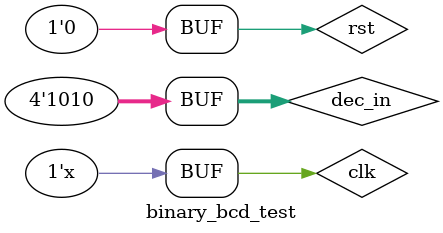
<source format=v>
module binary_bcd_test();
  
  reg [3:0]dec_in;
  reg rst,clk;
  
   wire [3:0]hundred,tens,ones;
   
   binary_bcd test(.hundred(hundred),.tens(tens),.ones(ones),.rst(rst),.clk(clk),.dec_in(dec_in));
   
   initial clk=0;
   always #5 clk = ~clk;
   
   
   initial begin
   rst = 1;
   #30;
   rst =0;
   dec_in = 4'd13;
   #120;
     rst = 1;
   #30;
   rst =0;
   dec_in = 4'd10;
   
   end
   
   endmodule

</source>
